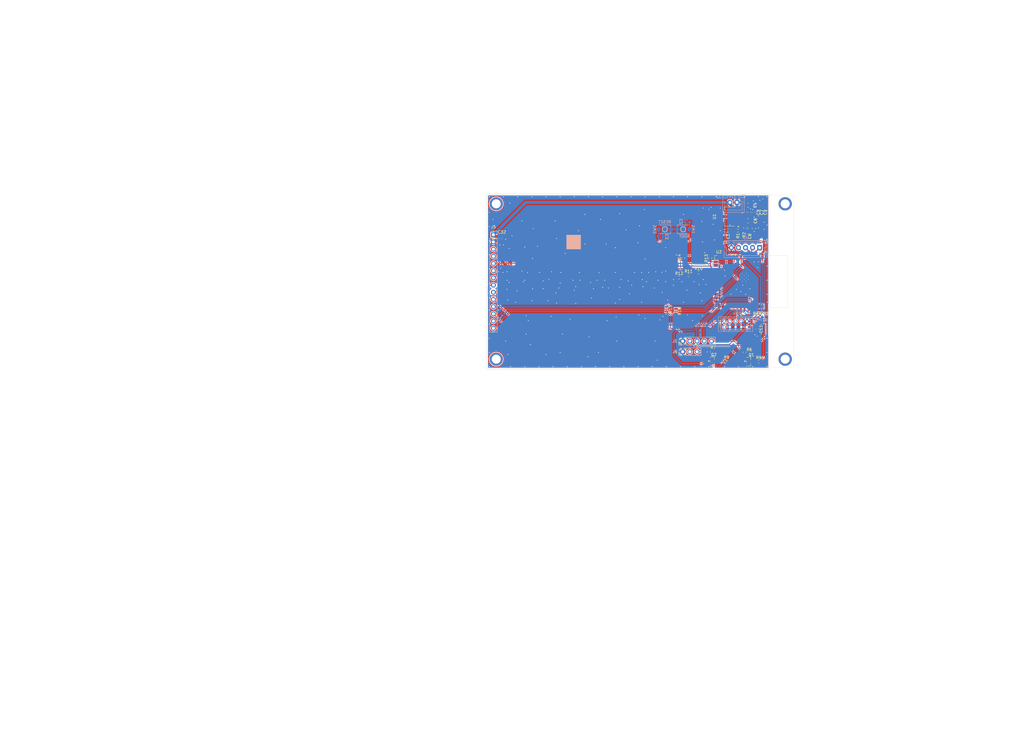
<source format=kicad_pcb>
(kicad_pcb (version 20241229) (generator "pcbnew") (generator_version "9.0")
  (layers (0 "F.Cu" signal) (2 "B.Cu" signal) (13 "F.Paste" user) (15 "B.Paste" user) (5 "F.SilkS" user "F.Silkscreen") (7 "B.SilkS" user "B.Silkscreen") (1 "F.Mask" user) (3 "B.Mask" user) (25 "Edge.Cuts" user))
  (net 0 "")
  (net 1 "GND")
  (net 2 "/CHIP_PU")
  (net 3 "/GPIO0")
  (net 4 "/5V")
  (net 5 "/3V3")
  (net 6 "/3VV3")
  (net 7 "/U0RXD")
  (net 8 "/U0TXD")
  (net 9 "/ESP_MISO")
  (net 10 "/ESP_MOSI")
  (net 11 "/ESP_CS")
  (net 12 "/ESP_SCLK")
  (net 13 "/SDA")
  (net 14 "/INT")
  (net 15 "/LED_DATA")
  (net 16 "/SCL")
  (net 17 "/LCD_RST")
  (net 18 "/LCD_CS")
  (net 19 "/SD_CS")
  (net 23 "/LCD_RS")
  (net 24 "/CTP_INT")
  (net 25 "/LED")
  (net 26 "/MISO")
  (net 28 "/MOSI")
  (net 29 "/SCK")
  (net 30 "/CTP_RST")
  (net 31 "/GPIO1")
  (net 32 "/GPIO38")
  (net 34 "/GPIO47")
  (net 36 "/GPIO21")
  (net 37 "/GPIO19")
  (net 38 "/GPIO18")
  (net 39 "/GPIO2")
  (net 40 "/GPIO3")
  (net 41 "/GPIO20")
  (net 42 "/DTR")
  (net 43 "/RTS")
  (net 44 "Net-(Q1-C)")
  (net 45 "Net-(Q1-B)")
  (net 46 "Net-(Q2-B)")
  (net 47 "Net-(Q2-C)")
  (net 48 "Net-(U2-IO11)")
  (net 49 "Net-(U2-IO12)")
  (net 50 "Net-(U2-IO13)")
  (footprint "Resistor_SMD:R_0603_1608Metric" (layer "F.Cu") (at 225.8125 99.3)
    (property "Reference" "R9")
    (property "Value" "0R")
  )
  (footprint "Resistor_SMD:R_0603_1608Metric" (layer "F.Cu") (at 201.075 68.75)
    (property "Reference" "R11")
    (property "Value" "82R")
  )
  (footprint "Resistor_SMD:R_0603_1608Metric" (layer "F.Cu") (at 225.683167 84.5 90)
    (property "Reference" "R3")
    (property "Value" "4k7")
  )
  (footprint "Capacitor_SMD:C_0603_1608Metric" (layer "F.Cu") (at 225.25 87.725 -90)
    (property "Reference" "C11")
    (property "Value" "2.2uF")
  )
  (footprint "Package_TO_SOT_SMD:SOT-23" (layer "F.Cu") (at 209.4375 99.2)
    (property "Reference" "Q2")
    (property "Value" "L8050QLT1G")
  )
  (footprint "Resistor_SMD:R_0603_1608Metric" (layer "F.Cu") (at 228.639875 84.502531 90)
    (property "Reference" "R5")
    (property "Value" "4k7")
  )
  (footprint "Capacitor_SMD:C_0805_2012Metric" (layer "F.Cu") (at 222.784391 52.221343 90)
    (property "Reference" "C8")
    (property "Value" "10uF")
  )
  (footprint "Resistor_SMD:R_0603_1608Metric" (layer "F.Cu") (at 213.25 99.15)
    (property "Reference" "R8")
    (property "Value" "0R")
  )
  (footprint "RF_Module:ESP32-S3-WROOM-1" (layer "F.Cu") (at 223.183167 71 -90)
    (property "Reference" "U2")
    (property "Value" "ESP32-S3-WROOM-1U-N16R8")
  )
  (footprint "Capacitor_SMD:C_0603_1608Metric" (layer "F.Cu") (at 134.683167 55.775 90)
    (property "Reference" "C32")
    (property "Value" "0.1uF")
  )
  (footprint "Resistor_SMD:R_0603_1608Metric" (layer "F.Cu") (at 208.25 95.825 -90)
    (property "Reference" "R7")
    (property "Value" "10k")
  )
  (footprint "Resistor_SMD:R_0603_1608Metric" (layer "F.Cu") (at 204.623402 67.792654)
    (property "Reference" "R10")
    (property "Value" "82R")
  )
  (footprint "Resistor_SMD:R_0603_1608Metric" (layer "F.Cu") (at 208.75 62.75 90)
    (property "Reference" "R13")
    (property "Value" "10k")
  )
  (footprint "Resistor_SMD:R_0603_1608Metric" (layer "F.Cu") (at 199.25 62.675 90)
    (property "Reference" "R14")
    (property "Value" "10k")
  )
  (footprint "Resistor_SMD:R_0603_1608Metric" (layer "F.Cu") (at 193.25 80.675 -90)
    (property "Reference" "R15")
    (property "Value" "10k")
  )
  (footprint "Capacitor_SMD:C_0603_1608Metric" (layer "F.Cu") (at 221.033167 46.5 90)
    (property "Reference" "C5")
    (property "Value" "0.1uF")
  )
  (footprint "Capacitor_SMD:C_0603_1608Metric" (layer "F.Cu") (at 224.000647 46.500534 -90)
    (property "Reference" "C9")
    (property "Value" "0.1uF")
  )
  (footprint "Capacitor_SMD:C_0805_2012Metric" (layer "F.Cu") (at 222.033167 44 180)
    (property "Reference" "C4")
    (property "Value" "10uF")
  )
  (footprint "Resistor_SMD:R_0603_1608Metric" (layer "F.Cu") (at 196.5 81.425 -90)
    (property "Reference" "R16")
    (property "Value" "10k")
  )
  (footprint "Capacitor_SMD:C_0603_1608Metric" (layer "F.Cu") (at 215.033167 53 180)
    (property "Reference" "C1")
    (property "Value" "1uF")
  )
  (footprint "Resistor_SMD:R_0603_1608Metric" (layer "F.Cu") (at 218.533167 53 180)
    (property "Reference" "R1")
    (property "Value" "10k")
  )
  (footprint "Package_TO_SOT_SMD:SOT-23" (layer "F.Cu") (at 222.25 99.25)
    (property "Reference" "Q1")
    (property "Value" "L8050QLT1G")
  )
  (footprint "Package_TO_SOT_SMD:SOT-223-3_TabPin2" (layer "F.Cu") (at 215.533167 48 180)
    (property "Reference" "U1")
    (property "Value" "AMS1117-3.3")
  )
  (footprint "Resistor_SMD:R_0603_1608Metric" (layer "F.Cu") (at 227.170796 84.502846 90)
    (property "Reference" "R4")
    (property "Value" "4k7")
  )
  (footprint "Capacitor_SMD:C_0805_2012Metric" (layer "F.Cu") (at 222.033167 49.5)
    (property "Reference" "C6")
    (property "Value" "10uF")
  )
  (footprint "Capacitor_SMD:C_0603_1608Metric" (layer "F.Cu") (at 222.533167 46.5 90)
    (property "Reference" "C7")
    (property "Value" "0.1uF")
  )
  (footprint "Connector_PinHeader_2.54mm:PinHeader_1x03_P2.54mm_Vertical" (layer "F.Cu") (at 199 95.75 90)
    (property "Reference" "J6")
    (property "Value" "UART 2")
  )
  (footprint "Connector_PinSocket_2.54mm:PinSocket_1x14_P2.54mm_Vertical" (layer "F.Cu") (at 130.183167 40.5)
    (property "Reference" "J5")
    (property "Value" "Display")
  )
  (footprint "Resistor_SMD:R_0603_1608Metric" (layer "F.Cu") (at 221.033167 52 -90)
    (property "Reference" "R2")
    (property "Value" "0")
  )
  (footprint "Resistor_SMD:R_0603_1608Metric" (layer "F.Cu") (at 220.8125 95.975 -90)
    (property "Reference" "R6")
    (property "Value" "10k")
  )
  (footprint "Resistor_SMD:R_0603_1608Metric" (layer "F.Cu") (at 197.75 69.5)
    (property "Reference" "R12")
    (property "Value" "0R")
  )
  (footprint "Connector_PinHeader_2.54mm:PinHeader_1x05_P2.54mm_Vertical" (layer "F.Cu") (at 199 92 90)
    (property "Reference" "J1")
    (property "Value" "UART")
  )
  (footprint "Connector_JST:JST_XH_B2B-XH-A_1x02_P2.50mm_Vertical" (layer "B.Cu") (at 218.183167 43 180)
    (property "Reference" "J2")
    (property "Value" "PWR")
  )
  (footprint "easyeda2kicad:SW-SMD_L3.9-W3.0-P4.45" (layer "B.Cu") (at 199.183167 52.5)
    (property "Reference" "SW1")
    (property "Value" "Boot")
  )
  (footprint "Capacitor_SMD:C_0603_1608Metric" (layer "B.Cu") (at 200.683167 50)
    (property "Reference" "C2")
    (property "Value" "0.1uF")
  )
  (footprint "Connector_JST:JST_XH_B5B-XH-A_1x05_P2.50mm_Vertical" (layer "B.Cu") (at 226.183167 59 180)
    (property "Reference" "J3")
    (property "Value" "DATA")
  )
  (footprint "Capacitor_SMD:C_0603_1608Metric" (layer "B.Cu") (at 191.183167 55 180)
    (property "Reference" "C3")
    (property "Value" "0.1uF")
  )
  (footprint "Connector_JST:JST_PHD_B10B-PHDSS_2x05_P2.00mm_Vertical" (layer "B.Cu") (at 221.683167 85 180)
    (property "Reference" "J4")
    (property "Value" "<- Encoder")
  )
  (footprint "easyeda2kicad:SW-SMD_L3.9-W3.0-P4.45" (layer "B.Cu") (at 192.683167 52.5 180)
    (property "Reference" "SW2")
    (property "Value" "Reset")
  )
  (gr_rect (start 158 54.5) (end 163 59.5) (stroke (width 0.1)) (fill yes) (layer "B.SilkS"))
  (gr_rect (start 129.683167 40) (end 229.683167 102) (stroke (width 0.1)) (fill no) (layer "Edge.Cuts"))
  (gr_text "RESET" (at 192.683167 50.5 0) (layer "B.SilkS") (effects (font (size 1 1)) (justify bottom mirror)))
  (gr_text "BOOT" (at 199.683167 55.5 0) (layer "B.SilkS") (effects (font (size 1 1)) (justify bottom mirror)))
  (segment (start 216.383167 50.3) (end 215.683167 51) (width 1) (layer "F.Cu") (net 1))
  (segment (start 222.983167 45.25) (end 222.983167 45.275) (width 0.5) (layer "F.Cu") (net 1))
  (segment (start 222.983167 44) (end 224.183167 44) (width 0.5) (layer "F.Cu") (net 1))
  (segment (start 219.683167 87) (end 221.683167 85) (width 0.75) (layer "F.Cu") (net 1))
  (segment (start 222.983167 45.275) (end 222.533167 45.725) (width 0.5) (layer "F.Cu") (net 1))
  (segment (start 228.883167 79.31) (end 228.443167 79.75) (width 0.4) (layer "F.Cu") (net 1))
  (segment (start 228.443167 62.25) (end 228.443167 60.74) (width 0.3) (layer "F.Cu") (net 1))
  (segment (start 225.25 88.5) (end 221.183167 88.5) (width 0.75) (layer "F.Cu") (net 1))
  (segment (start 228.883167 78.25) (end 228.883167 79.31) (width 0.4) (layer "F.Cu") (net 1))
  (segment (start 222.784391 53.171343) (end 224.183167 51.772567) (width 0.4) (layer "F.Cu") (net 1))
  (segment (start 215.683167 51) (end 215.683167 51.575) (width 0.4) (layer "F.Cu") (net 1))
  (segment (start 221.033167 47.225) (end 222.533167 45.725) (width 0.5) (layer "F.Cu") (net 1))
  (segment (start 219.683167 87) (end 215.683167 87) (width 0.75) (layer "F.Cu") (net 1))
  (segment (start 215.683167 51.575) (end 214.258167 53) (width 0.4) (layer "F.Cu") (net 1))
  (segment (start 221.033167 47.275) (end 221.033167 47.225) (width 0.5) (layer "F.Cu") (net 1))
  (segment (start 132.603167 56.55) (end 132.183167 56.97) (width 1) (layer "F.Cu") (net 1))
  (segment (start 223.550113 45.275) (end 223.762557 45.487443) (width 0.5) (layer "F.Cu") (net 1))
  (segment (start 222.983167 45.275) (end 223.550113 45.275) (width 0.5) (layer "F.Cu") (net 1))
  (segment (start 221.183167 88.5) (end 219.683167 87) (width 0.75) (layer "F.Cu") (net 1))
  (segment (start 224.183167 51.772567) (end 224.183167 49.5) (width 0.4) (layer "F.Cu") (net 1))
  (segment (start 224.183167 49.5) (end 224.683167 49) (width 0.5) (layer "F.Cu") (net 1))
  (segment (start 223.762557 45.487443) (end 224.000647 45.725534) (width 0.5) (layer "F.Cu") (net 1))
  (segment (start 218.683167 50.3) (end 216.383167 50.3) (width 1) (layer "F.Cu") (net 1))
  (segment (start 222.983167 44) (end 222.983167 45.25) (width 0.5) (layer "F.Cu") (net 1))
  (segment (start 134.683167 56.55) (end 132.603167 56.55) (width 1) (layer "F.Cu") (net 1))
  (segment (start 222.983167 49.5) (end 224.183167 49.5) (width 0.5) (layer "F.Cu") (net 1))
  (segment (start 228.443167 60.74) (end 228.683167 60.5) (width 0.3) (layer "F.Cu") (net 1))
  (via (at 206.75 60.75) (size 0.6) (drill 0.3) (layers "F.Cu" "B.Cu") (net 1))
  (via (at 193 67.25) (size 0.6) (drill 0.3) (layers "F.Cu" "B.Cu") (net 1))
  (via (at 154.25 75) (size 0.6) (drill 0.3) (layers "F.Cu" "B.Cu") (net 1))
  (via (at 165.5 97.5) (size 0.6) (drill 0.3) (layers "F.Cu" "B.Cu") (net 1))
  (via (at 180.75 41) (size 0.6) (drill 0.3) (layers "F.Cu" "B.Cu") (net 1))
  (via (at 205.25 75) (size 0.6) (drill 0.3) (layers "F.Cu" "B.Cu") (net 1))
  (via (at 225.5 66) (size 0.6) (drill 0.3) (layers "F.Cu" "B.Cu") (net 1))
  (via (at 212 64.75) (size 0.6) (drill 0.3) (layers "F.Cu" "B.Cu") (net 1))
  (via (at 186.25 71) (size 0.6) (drill 0.3) (layers "F.Cu" "B.Cu") (net 1))
  (via (at 223.75 101) (size 0.6) (drill 0.3) (layers "F.Cu" "B.Cu") (net 1))
  (via (at 172 57.75) (size 0.6) (drill 0.3) (layers "F.Cu" "B.Cu") (net 1))
  (via (at 225.5 45.75) (size 0.6) (drill 0.3) (layers "F.Cu" "B.Cu") (net 1))
  (via (at 170.75 41) (size 0.6) (drill 0.3) (layers "F.Cu" "B.Cu") (net 1))
  (via (at 206 83) (size 0.6) (drill 0.3) (layers "F.Cu" "B.Cu") (net 1))
  (via (at 143.75 89.5) (size 0.6) (drill 0.3) (layers "F.Cu" "B.Cu") (net 1))
  (via (at 202.5 84.75) (size 0.6) (drill 0.3) (layers "F.Cu" "B.Cu") (net 1))
  (via (at 228.75 75.5) (size 0.6) (drill 0.3) (layers "F.Cu" "B.Cu") (net 1))
  (via (at 183.25 101) (size 0.6) (drill 0.3) (layers "F.Cu" "B.Cu") (net 1))
  (via (at 222.983167 45.25) (size 0.6) (drill 0.3) (layers "F.Cu" "B.Cu") (net 1))
  (via (at 213.75 101) (size 0.6) (drill 0.3) (layers "F.Cu" "B.Cu") (net 1))
  (via (at 155.25 73.25) (size 0.6) (drill 0.3) (layers "F.Cu" "B.Cu") (net 1))
  (via (at 151.5 77.75) (size 0.6) (drill 0.3) (layers "F.Cu" "B.Cu") (net 1))
  (via (at 137 73.75) (size 0.6) (drill 0.3) (layers "F.Cu" "B.Cu") (net 1))
  (via (at 222.75 73.5) (size 0.6) (drill 0.3) (layers "F.Cu" "B.Cu") (net 1))
  (via (at 217.25 60) (size 0.6) (drill 0.3) (layers "F.Cu" "B.Cu") (net 1))
  (via (at 183.25 57.25) (size 0.6) (drill 0.3) (layers "F.Cu" "B.Cu") (net 1))
  (via (at 137.75 71.25) (size 0.6) (drill 0.3) (layers "F.Cu" "B.Cu") (net 1))
  (via (at 157.5 61) (size 0.6) (drill 0.3) (layers "F.Cu" "B.Cu") (net 1))
  (via (at 200.75 82.75) (size 0.6) (drill 0.3) (layers "F.Cu" "B.Cu") (net 1))
  (via (at 226.5 88.25) (size 0.6) (drill 0.3) (layers "F.Cu" "B.Cu") (net 1))
  (via (at 228.883167 78.25) (size 0.6) (drill 0.3) (layers "F.Cu" "B.Cu") (net 1))
  (via (at 137 67.5) (size 0.6) (drill 0.3) (layers "F.Cu" "B.Cu") (net 1))
  (via (at 142.25 67.25) (size 0.6) (drill 0.3) (layers "F.Cu" "B.Cu") (net 1))
  (via (at 228.75 46) (size 0.6) (drill 0.3) (layers "F.Cu" "B.Cu") (net 1))
  (via (at 228.75 56) (size 0.6) (drill 0.3) (layers "F.Cu" "B.Cu") (net 1))
  (via (at 221.25 75.5) (size 0.6) (drill 0.3) (layers "F.Cu" "B.Cu") (net 1))
  (via (at 225.75 64) (size 0.6) (drill 0.3) (layers "F.Cu" "B.Cu") (net 1))
  (via (at 209 44.75) (size 0.6) (drill 0.3) (layers "F.Cu" "B.Cu") (net 1))
  (via (at 205.75 77.75) (size 0.6) (drill 0.3) (layers "F.Cu" "B.Cu") (net 1))
  (via (at 172.25 84.75) (size 0.6) (drill 0.3) (layers "F.Cu" "B.Cu") (net 1))
  (via (at 134.75 83.75) (size 0.6) (drill 0.3) (layers "F.Cu" "B.Cu") (net 1))
  (via (at 184.75 70.25) (size 0.6) (drill 0.3) (layers "F.Cu" "B.Cu") (net 1))
  (via (at 203 71) (size 0.6) (drill 0.3) (layers "F.Cu" "B.Cu") (net 1))
  (via (at 130.75 61.5) (size 0.6) (drill 0.3) (layers "F.Cu" "B.Cu") (net 1))
  (via (at 218.75 101) (size 0.6) (drill 0.3) (layers "F.Cu" "B.Cu") (net 1))
  (via (at 195.75 70.25) (size 0.6) (drill 0.3) (layers "F.Cu" "B.Cu") (net 1))
  (via (at 175.25 59) (size 0.6) (drill 0.3) (layers "F.Cu" "B.Cu") (net 1))
  (via (at 130.75 71.5) (size 0.6) (drill 0.3) (layers "F.Cu" "B.Cu") (net 1))
  (via (at 206 57) (size 0.6) (drill 0.3) (layers "F.Cu" "B.Cu") (net 1))
  (via (at 142.75 71) (size 0.6) (drill 0.3) (layers "F.Cu" "B.Cu") (net 1))
  (via (at 150.75 96.75) (size 0.6) (drill 0.3) (layers "F.Cu" "B.Cu") (net 1))
  (via (at 190 98.75) (size 0.6) (drill 0.3) (layers "F.Cu" "B.Cu") (net 1))
  (via (at 198.25 101) (size 0.6) (drill 0.3) (layers "F.Cu" "B.Cu") (net 1))
  (via (at 228.683167 60.5) (size 0.6) (drill 0.3) (layers "F.Cu" "B.Cu") (net 1))
  (via (at 146 73.5) (size 0.6) (drill 0.3) (layers "F.Cu" "B.Cu") (net 1))
  (via (at 130.75 51.5) (size 0.6) (drill 0.3) (layers "F.Cu" "B.Cu") (net 1))
  (via (at 200.5 74) (size 0.6) (drill 0.3) (layers "F.Cu" "B.Cu") (net 1))
  (via (at 215.75 41) (size 0.6) (drill 0.3) (layers "F.Cu" "B.Cu") (net 1))
  (via (at 156 67.75) (size 0.6) (drill 0.3) (layers "F.Cu" "B.Cu") (net 1))
  (via (at 143.25 70.5) (size 0.6) (drill 0.3) (layers "F.Cu" "B.Cu") (net 1))
  (via (at 196.75 61.5) (size 0.6) (drill 0.3) (layers "F.Cu" "B.Cu") (net 1))
  (via (at 137.25 77.5) (size 0.6) (drill 0.3) (layers "F.Cu" "B.Cu") (net 1))
  (via (at 137.25 96.75) (size 0.6) (drill 0.3) (layers "F.Cu" "B.Cu") (net 1))
  (via (at 138 43.25) (size 0.6) (drill 0.3) (layers "F.Cu" "B.Cu") (net 1))
  (via (at 144.25 67.75) (size 0.6) (drill 0.3) (layers "F.Cu" "B.Cu") (net 1))
  (via (at 145.75 41) (size 0.6) (drill 0.3) (layers "F.Cu" "B.Cu") (net 1))
  (via (at 185 72.75) (size 0.6) (drill 0.3) (layers "F.Cu" "B.Cu") (net 1))
  (via (at 160.75 74) (size 0.6) (drill 0.3) (layers "F.Cu" "B.Cu") (net 1))
  (via (at 135.75 41) (size 0.6) (drill 0.3) (layers "F.Cu" "B.Cu") (net 1))
  (via (at 181 72.25) (size 0.6) (drill 0.3) (layers "F.Cu" "B.Cu") (net 1))
  (via (at 206.25 45) (size 0.6) (drill 0.3) (layers "F.Cu" "B.Cu") (net 1))
  (via (at 154.5 78.5) (size 0.6) (drill 0.3) (layers "F.Cu" "B.Cu") (net 1))
  (via (at 155.75 41) (size 0.6) (drill 0.3) (layers "F.Cu" "B.Cu") (net 1))
  (via (at 140.5 74.25) (size 0.6) (drill 0.3) (layers "F.Cu" "B.Cu") (net 1))
  (via (at 168.75 70.5) (size 0.6) (drill 0.3) (layers "F.Cu" "B.Cu") (net 1))
  (via (at 144.5 84.75) (size 0.6) (drill 0.3) (layers "F.Cu" "B.Cu") (net 1))
  (via (at 146 62.75) (size 0.6) (drill 0.3) (layers "F.Cu" "B.Cu") (net 1))
  (via (at 135.25 83) (size 0.6) (drill 0.3) (layers "F.Cu" "B.Cu") (net 1))
  (via (at 176.75 77.25) (size 0.6) (drill 0.3) (layers "F.Cu" "B.Cu") (net 1))
  (via (at 151.75 70.25) (size 0.6) (drill 0.3) (layers "F.Cu" "B.Cu") (net 1))
  (via (at 195.75 72.25) (size 0.6) (drill 0.3) (layers "F.Cu" "B.Cu") (net 1))
  (via (at 166.75 76.75) (size 0.6) (drill 0.3) (layers "F.Cu" "B.Cu") (net 1))
  (via (at 220.25 72.25) (size 0.6) (drill 0.3) (layers "F.Cu" "B.Cu") (net 1))
  (via (at 130.75 81) (size 0.6) (drill 0.3) (layers "F.Cu" "B.Cu") (net 1))
  (via (at 226.25 42.25) (size 0.6) (drill 0.3) (layers "F.Cu" "B.Cu") (net 1))
  (via (at 195.75 41) (size 0.6) (drill 0.3) (layers "F.Cu" "B.Cu") (net 1))
  (via (at 206.25 70.25) (size 0.6) (drill 0.3) (layers "F.Cu" "B.Cu") (net 1))
  (via (at 175.75 92) (size 0.6) (drill 0.3) (layers "F.Cu" "B.Cu") (net 1))
  (via (at 205.25 88.25) (size 0.6) (drill 0.3) (layers "F.Cu" "B.Cu") (net 1))
  (via (at 137 70.5) (size 0.6) (drill 0.3) (layers "F.Cu" "B.Cu") (net 1))
  (via (at 205.75 41) (size 0.6) (drill 0.3) (layers "F.Cu" "B.Cu") (net 1))
  (via (at 199.25 47.25) (size 0.6) (drill 0.3) (layers "F.Cu" "B.Cu") (net 1))
  (via (at 224.75 52.25) (size 0.6) (drill 0.3) (layers "F.Cu" "B.Cu") (net 1))
  (via (at 193.25 101) (size 0.6) (drill 0.3) (layers "F.Cu" "B.Cu") (net 1))
  (via (at 218 73.75) (size 0.6) (drill 0.3) (layers "F.Cu" "B.Cu") (net 1))
  (via (at 166 90.5) (size 0.6) (drill 0.3) (layers "F.Cu" "B.Cu") (net 1))
  (via (at 193.75 77.5) (size 0.6) (drill 0.3) (layers "F.Cu" "B.Cu") (net 1))
  (via (at 177.25 70.25) (size 0.6) (drill 0.3) (layers "F.Cu" "B.Cu") (net 1))
  (via (at 224.25 64) (size 0.6) (drill 0.3) (layers "F.Cu" "B.Cu") (net 1))
  (via (at 184.5 67.75) (size 0.6) (drill 0.3) (layers "F.Cu" "B.Cu") (net 1))
  (via (at 228.75 70.5) (size 0.6) (drill 0.3) (layers "F.Cu" "B.Cu") (net 1))
  (via (at 154 49.5) (size 0.6) (drill 0.3) (layers "F.Cu" "B.Cu") (net 1))
  (via (at 225.75 47.75) (size 0.6) (drill 0.3) (layers "F.Cu" "B.Cu") (net 1))
  (via (at 145.75 77.75) (size 0.6) (drill 0.3) (layers "F.Cu" "B.Cu") (net 1))
  (via (at 210.75 41) (size 0.6) (drill 0.3) (layers "F.Cu" "B.Cu") (net 1))
  (via (at 168.25 101) (size 0.6) (drill 0.3) (layers "F.Cu" "B.Cu") (net 1))
  (via (at 191 84.5) (size 0.6) (drill 0.3) (layers "F.Cu" "B.Cu") (net 1))
  (via (at 159.25 84.25) (size 0.6) (drill 0.3) (layers "F.Cu" "B.Cu") (net 1))
  (via (at 185.5 45.5) (size 0.6) (drill 0.3) (layers "F.Cu" "B.Cu") (net 1))
  (via (at 205.25 89.75) (size 0.6) (drill 0.3) (layers "F.Cu" "B.Cu") (net 1))
  (via (at 228.75 91) (size 0.6) (drill 0.3) (layers "F.Cu" "B.Cu") (net 1))
  (via (at 166.5 71.25) (size 0.6) (drill 0.3) (layers "F.Cu" "B.Cu") (net 1))
  (via (at 227.25 41.75) (size 0.6) (drill 0.3) (layers "F.Cu" "B.Cu") (net 1))
  (via (at 150.75 41) (size 0.6) (drill 0.3) (layers "F.Cu" "B.Cu") (net 1))
  (via (at 185.75 63) (size 0.6) (drill 0.3) (layers "F.Cu" "B.Cu") (net 1))
  (via (at 224.25 53.25) (size 0.6) (drill 0.3) (layers "F.Cu" "B.Cu") (net 1))
  (via (at 203.25 101) (size 0.6) (drill 0.3) (layers "F.Cu" "B.Cu") (net 1))
  (via (at 192 83.25) (size 0.6) (drill 0.3) (layers "F.Cu" "B.Cu") (net 1))
  (via (at 149.75 73.5) (size 0.6) (drill 0.3) (layers "F.Cu" "B.Cu") (net 1))
  (via (at 135.5 67.75) (size 0.6) (drill 0.3) (layers "F.Cu" "B.Cu") (net 1))
  (via (at 158.25 101) (size 0.6) (drill 0.3) (layers "F.Cu" "B.Cu") (net 1))
  (via (at 142.25 49.5) (size 0.6) (drill 0.3) (layers "F.Cu" "B.Cu") (net 1))
  (via (at 224.683167 49) (size 0.6) (drill 0.3) (layers "F.Cu" "B.Cu") (net 1))
  (via (at 167.5 73.5) (size 0.6) (drill 0.3) (layers "F.Cu" "B.Cu") (net 1))
  (via (at 172.75 73.25) (size 0.6) (drill 0.3) (layers "F.Cu" "B.Cu") (net 1))
  (via (at 175.25 67.75) (size 0.6) (drill 0.3) (layers "F.Cu" "B.Cu") (net 1))
  (via (at 227.75 50) (size 0.6) (drill 0.3) (layers "F.Cu" "B.Cu") (net 1))
  (via (at 180.25 75.25) (size 0.6) (drill 0.3) (layers "F.Cu" "B.Cu") (net 1))
  (via (at 152.75 67.5) (size 0.6) (drill 0.3) (layers "F.Cu" "B.Cu") (net 1))
  (via (at 185.75 41) (size 0.6) (drill 0.3) (layers "F.Cu" "B.Cu") (net 1))
  (via (at 183.5 82.75) (size 0.6) (drill 0.3) (layers "F.Cu" "B.Cu") (net 1))
  (via (at 228.75 101) (size 0.6) (drill 0.3) (layers "F.Cu" "B.Cu") (net 1))
  (via (at 130.75 56.5) (size 0.6) (drill 0.3) (layers "F.Cu" "B.Cu") (net 1))
  (via (at 212.25 53) (size 0.6) (drill 0.3) (layers "F.Cu" "B.Cu") (net 1))
  (via (at 200.75 41) (size 0.6) (drill 0.3) (layers "F.Cu" "B.Cu") (net 1))
  (via (at 170 49) (size 0.6) (drill 0.3) (layers "F.Cu" "B.Cu") (net 1))
  (via (at 228.75 65.5) (size 0.6) (drill 0.3) (layers "F.Cu" "B.Cu") (net 1))
  (via (at 178.25 101) (size 0.6) (drill 0.3) (layers "F.Cu" "B.Cu") (net 1))
  (via (at 204.75 72) (size 0.6) (drill 0.3) (layers "F.Cu" "B.Cu") (net 1))
  (via (at 191.75 74.75) (size 0.6) (drill 0.3) (layers "F.Cu" "B.Cu") (net 1))
  (via (at 134 67.5) (size 0.6) (drill 0.3) (layers "F.Cu" "B.Cu") (net 1))
  (via (at 145.25 93.25) (size 0.6) (drill 0.3) (layers "F.Cu" "B.Cu") (net 1))
  (via (at 156.5 89.5) (size 0.6) (drill 0.3) (layers "F.Cu" "B.Cu") (net 1))
  (via (at 205.75 49.75) (size 0.6) (drill 0.3) (layers "F.Cu" "B.Cu") (net 1))
  (via (at 224.183167 44) (size 0.6) (drill 0.3) (layers "F.Cu" "B.Cu") (net 1))
  (via (at 179.75 70.75) (size 0.6) (drill 0.3) (layers "F.Cu" "B.Cu") (net 1))
  (via (at 153.25 101) (size 0.6) (drill 0.3) (layers "F.Cu" "B.Cu") (net 1))
  (via (at 225.75 41) (size 0.6) (drill 0.3) (layers "F.Cu" "B.Cu") (net 1))
  (via (at 225 43.5) (size 0.6) (drill 0.3) (layers "F.Cu" "B.Cu") (net 1))
  (via (at 224.75 50.25) (size 0.6) (drill 0.3) (layers "F.Cu" "B.Cu") (net 1))
  (via (at 162.25 53) (size 0.6) (drill 0.3) (layers "F.Cu" "B.Cu") (net 1))
  (via (at 198.75 71) (size 0.6) (drill 0.3) (layers "F.Cu" "B.Cu") (net 1))
  (via (at 227.25 46) (size 0.6) (drill 0.3) (layers "F.Cu" "B.Cu") (net 1))
  (via (at 175.25 78.5) (size 0.6) (drill 0.3) (layers "F.Cu" "B.Cu") (net 1))
  (via (at 183.75 51.25) (size 0.6) (drill 0.3) (layers "F.Cu" "B.Cu") (net 1))
  (via (at 214 69) (size 0.6) (drill 0.3) (layers "F.Cu" "B.Cu") (net 1))
  (via (at 130.75 66.5) (size 0.6) (drill 0.3) (layers "F.Cu" "B.Cu") (net 1))
  (via (at 176.75 47) (size 0.6) (drill 0.3) (layers "F.Cu" "B.Cu") (net 1))
  (via (at 134.5 58) (size 0.6) (drill 0.3) (layers "F.Cu" "B.Cu") (net 1))
  (via (at 187 67.75) (size 0.6) (drill 0.3) (layers "F.Cu" "B.Cu") (net 1))
  (via (at 169.25 96) (size 0.6) (drill 0.3) (layers "F.Cu" "B.Cu") (net 1))
  (via (at 143.25 101) (size 0.6) (drill 0.3) (layers "F.Cu" "B.Cu") (net 1))
  (via (at 179 52.75) (size 0.6) (drill 0.3) (layers "F.Cu" "B.Cu") (net 1))
  (via (at 193 59) (size 0.6) (drill 0.3) (layers "F.Cu" "B.Cu") (net 1))
  (via (at 170.75 73) (size 0.6) (drill 0.3) (layers "F.Cu" "B.Cu") (net 1))
  (via (at 173.25 101) (size 0.6) (drill 0.3) (layers "F.Cu" "B.Cu") (net 1))
  (via (at 209.75 50.75) (size 0.6) (drill 0.3) (layers "F.Cu" "B.Cu") (net 1))
  (via (at 161.25 72.75) (size 0.6) (drill 0.3) (layers "F.Cu" "B.Cu") (net 1))
  (via (at 132 49) (size 0.6) (drill 0.3) (layers "F.Cu" "B.Cu") (net 1))
  (via (at 161.25 78.75) (size 0.6) (drill 0.3) (layers "F.Cu" "B.Cu") (net 1))
  (via (at 160.75 41) (size 0.6) (drill 0.3) (layers "F.Cu" "B.Cu") (net 1))
  (via (at 160.25 70.5) (size 0.6) (drill 0.3) (layers "F.Cu" "B.Cu") (net 1))
  (via (at 212.25 45) (size 0.6) (drill 0.3) (layers "F.Cu" "B.Cu") (net 1))
  (via (at 163.25 101) (size 0.6) (drill 0.3) (layers "F.Cu" "B.Cu") (net 1))
  (via (at 155.75 71.5) (size 0.6) (drill 0.3) (layers "F.Cu" "B.Cu") (net 1))
  (via (at 138.75 54.75) (size 0.6) (drill 0.3) (layers "F.Cu" "B.Cu") (net 1))
  (via (at 155.75 96) (size 0.6) (drill 0.3) (layers "F.Cu" "B.Cu") (net 1))
  (via (at 136.5 92) (size 0.6) (drill 0.3) (layers "F.Cu" "B.Cu") (net 1))
  (via (at 140 78.25) (size 0.6) (drill 0.3) (layers "F.Cu" "B.Cu") (net 1))
  (via (at 182 67.75) (size 0.6) (drill 0.3) (layers "F.Cu" "B.Cu") (net 1))
  (via (at 226.701628 86.202569) (size 0.6) (drill 0.3) (layers "F.Cu" "B.Cu") (net 1))
  (via (at 228.75 41) (size 0.6) (drill 0.3) (layers "F.Cu" "B.Cu") (net 1))
  (via (at 208.25 45.5) (size 0.6) (drill 0.3) (layers "F.Cu" "B.Cu") (net 1))
  (via (at 220.75 41) (size 0.6) (drill 0.3) (layers "F.Cu" "B.Cu") (net 1))
  (via (at 225.25 90.25) (size 0.6) (drill 0.3) (layers "F.Cu" "B.Cu") (net 1))
  (via (at 190.25 70.5) (size 0.6) (drill 0.3) (layers "F.Cu" "B.Cu") (net 1))
  (via (at 191.75 67.75) (size 0.6) (drill 0.3) (layers "F.Cu" "B.Cu") (net 1))
  (via (at 189 73.25) (size 0.6) (drill 0.3) (layers "F.Cu" "B.Cu") (net 1))
  (via (at 193 71) (size 0.6) (drill 0.3) (layers "F.Cu" "B.Cu") (net 1))
  (via (at 169.5 67.75) (size 0.6) (drill 0.3) (layers "F.Cu" "B.Cu") (net 1))
  (via (at 224.5 44.5) (size 0.6) (drill 0.3) (layers "F.Cu" "B.Cu") (net 1))
  (via (at 130.75 101) (size 0.6) (drill 0.3) (layers "F.Cu" "B.Cu") (net 1))
  (via (at 199.25 78.25) (size 0.6) (drill 0.3) (layers "F.Cu" "B.Cu") (net 1))
  (via (at 162.5 67.75) (size 0.6) (drill 0.3) (layers "F.Cu" "B.Cu") (net 1))
  (via (at 175.75 41) (size 0.6) (drill 0.3) (layers "F.Cu" "B.Cu") (net 1))
  (via (at 171.5 70.5) (size 0.6) (drill 0.3) (layers "F.Cu" "B.Cu") (net 1))
  (via (at 219.5 74.5) (size 0.6) (drill 0.3) (layers "F.Cu" "B.Cu") (net 1))
  (via (at 148.5 67.75) (size 0.6) (drill 0.3) (layers "F.Cu" "B.Cu") (net 1))
  (via (at 130.75 41) (size 0.6) (drill 0.3) (layers "F.Cu" "B.Cu") (net 1))
  (via (at 138.25 101) (size 0.6) (drill 0.3) (layers "F.Cu" "B.Cu") (net 1))
  (via (at 146.25 52.25) (size 0.6) (drill 0.3) (layers "F.Cu" "B.Cu") (net 1))
  (via (at 162.75 70.5) (size 0.6) (drill 0.3) (layers "F.Cu" "B.Cu") (net 1))
  (via (at 215.683167 51) (size 0.6) (drill 0.3) (layers "F.Cu" "B.Cu") (net 1))
  (via (at 210.25 56.25) (size 0.6) (drill 0.3) (layers "F.Cu" "B.Cu") (net 1))
  (via (at 207.25 72) (size 0.6) (drill 0.3) (layers "F.Cu" "B.Cu") (net 1))
  (via (at 154.5 55.75) (size 0.6) (drill 0.3) (layers "F.Cu" "B.Cu") (net 1))
  (via (at 188.25 101) (size 0.6) (drill 0.3) (layers "F.Cu" "B.Cu") (net 1))
  (via (at 143.75 83) (size 0.6) (drill 0.3) (layers "F.Cu" "B.Cu") (net 1))
  (via (at 224.25 48.25) (size 0.6) (drill 0.3) (layers "F.Cu" "B.Cu") (net 1))
  (via (at 224 42.5) (size 0.6) (drill 0.3) (layers "F.Cu" "B.Cu") (net 1))
  (via (at 189.5 67.5) (size 0.6) (drill 0.3) (layers "F.Cu" "B.Cu") (net 1))
  (via (at 130.75 46.5) (size 0.6) (drill 0.3) (layers "F.Cu" "B.Cu") (net 1))
  (via (at 184.5 78.25) (size 0.6) (drill 0.3) (layers "F.Cu" "B.Cu") (net 1))
  (via (at 134.75 66.25) (size 0.6) (drill 0.3) (layers "F.Cu" "B.Cu") (net 1))
  (via (at 140.75 41) (size 0.6) (drill 0.3) (layers "F.Cu" "B.Cu") (net 1))
  (via (at 220 46.75) (size 0.6) (drill 0.3) (layers "F.Cu" "B.Cu") (net 1))
  (via (at 227.75 52.5) (size 0.6) (drill 0.3) (layers "F.Cu" "B.Cu") (net 1))
  (via (at 149.75 70.75) (size 0.6) (drill 0.3) (layers "F.Cu" "B.Cu") (net 1))
  (via (at 143.25 58.75) (size 0.6) (drill 0.3) (layers "F.Cu" "B.Cu") (net 1))
  (via (at 213.75 67) (size 0.6) (drill 0.3) (layers "F.Cu" "B.Cu") (net 1))
  (via (at 130.75 91) (size 0.6) (drill 0.3) (layers "F.Cu" "B.Cu") (net 1))
  (via (at 164.5 57.75) (size 0.6) (drill 0.3) (layers "F.Cu" "B.Cu") (net 1))
  (via (at 130.75 86) (size 0.6) (drill 0.3) (layers "F.Cu" "B.Cu") (net 1))
  (via (at 185.75 84) (size 0.6) (drill 0.3) (layers "F.Cu" "B.Cu") (net 1))
  (via (at 226.75 89.5) (size 0.6) (drill 0.3) (layers "F.Cu" "B.Cu") (net 1))
  (via (at 130.75 96) (size 0.6) (drill 0.3) (layers "F.Cu" "B.Cu") (net 1))
  (via (at 136.5 56) (size 0.6) (drill 0.3) (layers "F.Cu" "B.Cu") (net 1))
  (via (at 147.75 58.5) (size 0.6) (drill 0.3) (layers "F.Cu" "B.Cu") (net 1))
  (via (at 137.75 59.25) (size 0.6) (drill 0.3) (layers "F.Cu" "B.Cu") (net 1))
  (via (at 225.75 52) (size 0.6) (drill 0.3) (layers "F.Cu" "B.Cu") (net 1))
  (via (at 164.5 47.25) (size 0.6) (drill 0.3) (layers "F.Cu" "B.Cu") (net 1))
  (via (at 175.5 83.5) (size 0.6) (drill 0.3) (layers "F.Cu" "B.Cu") (net 1))
  (via (at 176.75 73) (size 0.6) (drill 0.3) (layers "F.Cu" "B.Cu") (net 1))
  (via (at 134 81) (size 0.6) (drill 0.3) (layers "F.Cu" "B.Cu") (net 1))
  (via (at 190.75 41) (size 0.6) (drill 0.3) (layers "F.Cu" "B.Cu") (net 1))
  (via (at 148.25 101) (size 0.6) (drill 0.3) (layers "F.Cu" "B.Cu") (net 1))
  (via (at 165.75 41) (size 0.6) (drill 0.3) (layers "F.Cu" "B.Cu") (net 1))
  (via (at 223.762557 45.487443) (size 0.6) (drill 0.3) (layers "F.Cu" "B.Cu") (net 1))
  (via (at 228.75 51) (size 0.6) (drill 0.3) (layers "F.Cu" "B.Cu") (net 1))
  (via (at 208.25 101) (size 0.6) (drill 0.3) (layers "F.Cu" "B.Cu") (net 1))
  (via (at 130.75 76.75) (size 0.6) (drill 0.3) (layers "F.Cu" "B.Cu") (net 1))
  (via (at 224.5 89.75) (size 0.6) (drill 0.3) (layers "F.Cu" "B.Cu") (net 1))
  (via (at 228.75 96) (size 0.6) (drill 0.3) (layers "F.Cu" "B.Cu") (net 1))
  (via (at 135.75 58) (size 0.6) (drill 0.3) (layers "F.Cu" "B.Cu") (net 1))
  (via (at 189.25 92) (size 0.6) (drill 0.3) (layers "F.Cu" "B.Cu") (net 1))
  (via (at 216 75.5) (size 0.6) (drill 0.3) (layers "F.Cu" "B.Cu") (net 1))
  (via (at 152.5 83.25) (size 0.6) (drill 0.3) (layers "F.Cu" "B.Cu") (net 1))
  (segment (start 215.183167 54.5) (end 203.5 54.5) (width 0.2) (layer "F.Cu") (net 2))
  (segment (start 226.183167 61) (end 226.183167 61.97) (width 0.3) (layer "F.Cu") (net 2))
  (segment (start 226.6375 99.3) (end 226.6375 98.6125) (width 0.3) (layer "F.Cu") (net 2))
  (segment (start 215.808167 53) (end 215.808167 53.875) (width 0.2) (layer "F.Cu") (net 2))
  (segment (start 217.708167 53) (end 215.808167 53) (width 0.5) (layer "F.Cu") (net 2))
  (segment (start 203.5 54.5) (end 201.25 56.75) (width 0.2) (layer "F.Cu") (net 2))
  (segment (start 215.808167 53.875) (end 215.183167 54.5) (width 0.2) (layer "F.Cu") (net 2))
  (segment (start 221.208167 56.5) (end 226.842167 56.5) (width 0.3) (layer "F.Cu") (net 2))
  (segment (start 226.6375 98.6125) (end 227.5 97.75) (width 0.3) (layer "F.Cu") (net 2))
  (segment (start 226.183167 61.97) (end 225.903167 62.25) (width 0.3) (layer "F.Cu") (net 2))
  (segment (start 201.25 56.75) (end 190.75 56.75) (width 0.2) (layer "F.Cu") (net 2))
  (segment (start 217.708167 53) (end 221.208167 56.5) (width 0.3) (layer "F.Cu") (net 2))
  (via (at 226.842167 56.5) (size 0.6) (drill 0.3) (layers "F.Cu" "B.Cu") (net 2))
  (via (at 227.5 97.75) (size 0.6) (drill 0.3) (layers "F.Cu" "B.Cu") (net 2))
  (via (at 226.183167 61) (size 0.6) (drill 0.3) (layers "F.Cu" "B.Cu") (net 2))
  (via (at 190.75 56.75) (size 0.6) (drill 0.3) (layers "F.Cu" "B.Cu") (net 2))
  (segment (start 227.183167 61) (end 226.183167 61) (width 0.3) (layer "B.Cu") (net 2))
  (segment (start 227.5 89.75) (end 228 89.25) (width 0.3) (layer "B.Cu") (net 2))
  (segment (start 190.408167 56.408167) (end 190.75 56.75) (width 0.3) (layer "B.Cu") (net 2))
  (segment (start 228 62.816833) (end 226.183167 61) (width 0.3) (layer "B.Cu") (net 2))
  (segment (start 190.503167 52.5) (end 190.503167 54.905) (width 0.3) (layer "B.Cu") (net 2))
  (segment (start 228.183167 60) (end 227.183167 61) (width 0.3) (layer "B.Cu") (net 2))
  (segment (start 228.183167 57.841) (end 228.183167 59.5) (width 0.3) (layer "B.Cu") (net 2))
  (segment (start 190.408167 55) (end 190.408167 56.408167) (width 0.3) (layer "B.Cu") (net 2))
  (segment (start 228.183167 59.5) (end 228.183167 60) (width 0.3) (layer "B.Cu") (net 2))
  (segment (start 190.503167 54.905) (end 190.408167 55) (width 0.3) (layer "B.Cu") (net 2))
  (segment (start 226.842167 56.5) (end 228.183167 57.841) (width 0.3) (layer "B.Cu") (net 2))
  (segment (start 228 89.25) (end 228 62.816833) (width 0.3) (layer "B.Cu") (net 2))
  (segment (start 227.5 97.75) (end 227.5 89.75) (width 0.3) (layer "B.Cu") (net 2))
  (segment (start 206.25 97.25) (end 206.25 99.5) (width 0.3) (layer "F.Cu") (net 3))
  (segment (start 209.25 81.5) (end 211 79.75) (width 0.3) (layer "F.Cu") (net 3))
  (segment (start 206.25 99.5) (end 205.75 100) (width 0.3) (layer "F.Cu") (net 3))
  (segment (start 211.933167 79.75) (end 211.933167 78.25) (width 0.2) (layer "F.Cu") (net 3))
  (segment (start 205.75 100) (end 205.5 100) (width 0.3) (layer "F.Cu") (net 3))
  (segment (start 209 81.5) (end 209.25 81.5) (width 0.3) (layer "F.Cu") (net 3))
  (segment (start 212.683167 77.5) (end 212.683167 65.5) (width 0.2) (layer "F.Cu") (net 3))
  (segment (start 209.5 95.75) (end 207.75 95.75) (width 0.3) (layer "F.Cu") (net 3))
  (segment (start 211.933167 78.25) (end 212.683167 77.5) (width 0.2) (layer "F.Cu") (net 3))
  (segment (start 214.075 99.15) (end 210.675 95.75) (width 0.3) (layer "F.Cu") (net 3))
  (segment (start 211 79.75) (end 211.933167 79.75) (width 0.3) (layer "F.Cu") (net 3))
  (segment (start 210.675 95.75) (end 209.5 95.75) (width 0.3) (layer "F.Cu") (net 3))
  (segment (start 207.75 95.75) (end 206.25 97.25) (width 0.3) (layer "F.Cu") (net 3))
  (via (at 212.683167 65.5) (size 0.6) (drill 0.3) (layers "F.Cu" "B.Cu") (net 3))
  (via (at 205.5 100) (size 0.6) (drill 0.3) (layers "F.Cu" "B.Cu") (net 3))
  (via (at 209 81.5) (size 0.6) (drill 0.3) (layers "F.Cu" "B.Cu") (net 3))
  (segment (start 201.458167 50) (end 201.458167 52.405) (width 0.3) (layer "B.Cu") (net 3))
  (segment (start 202.683167 65.5) (end 201.363167 64.18) (width 0.2) (layer "B.Cu") (net 3))
  (segment (start 201.363167 64.18) (end 201.363167 52.5) (width 0.2) (layer "B.Cu") (net 3))
  (segment (start 198.75 100) (end 196 97.25) (width 0.3) (layer "B.Cu") (net 3))
  (segment (start 209 81.974647) (end 209 81.5) (width 0.3) (layer "B.Cu") (net 3))
  (segment (start 202.724646 88.25) (end 209 81.974647) (width 0.3) (layer "B.Cu") (net 3))
  (segment (start 205.5 100) (end 198.75 100) (width 0.3) (layer "B.Cu") (net 3))
  (segment (start 201.458167 52.405) (end 201.363167 52.5) (width 0.3) (layer "B.Cu") (net 3))
  (segment (start 196 97.25) (end 196 89.25) (width 0.3) (layer "B.Cu") (net 3))
  (segment (start 197 88.25) (end 202.724646 88.25) (width 0.3) (layer "B.Cu") (net 3))
  (segment (start 196 89.25) (end 197 88.25) (width 0.3) (layer "B.Cu") (net 3))
  (segment (start 212.683167 65.5) (end 202.683167 65.5) (width 0.2) (layer "B.Cu") (net 3))
  (segment (start 221.033167 44.05) (end 221.083167 44) (width 0.5) (layer "F.Cu") (net 4))
  (segment (start 218.708167 45.725) (end 218.683167 45.7) (width 0.5) (layer "F.Cu") (net 4))
  (segment (start 134.683167 55) (end 132.753167 55) (width 1) (layer "F.Cu") (net 4))
  (segment (start 221.683167 87) (end 225.2 87) (width 0.75) (layer "F.Cu") (net 4))
  (segment (start 132.753167 55) (end 132.183167 54.43) (width 1) (layer "F.Cu") (net 4))
  (segment (start 218.683167 45.7) (end 217.683167 45.7) (width 1) (layer "F.Cu") (net 4))
  (segment (start 225.2 87) (end 225.25 86.95) (width 0.75) (layer "F.Cu") (net 4))
  (segment (start 215.683167 43.7) (end 215.683167 43) (width 1) (layer "F.Cu") (net 4))
  (segment (start 221.033167 45.725) (end 218.708167 45.725) (width 0.5) (layer "F.Cu") (net 4))
  (segment (start 217.683167 45.7) (end 215.683167 43.7) (width 1) (layer "F.Cu") (net 4))
  (segment (start 221.033167 45.725) (end 221.033167 44.05) (width 0.5) (layer "F.Cu") (net 4))
  (segment (start 222.25 87) (end 221.683167 87) (width 0.4) (layer "B.Cu") (net 4))
  (segment (start 226.5 69.316833) (end 226.5 81.5) (width 0.4) (layer "B.Cu") (net 4))
  (segment (start 201.54 95.75) (end 204.089 93.201) (width 0.3) (layer "B.Cu") (net 4))
  (segment (start 226.5 81.5) (end 223.25 84.75) (width 0.4) (layer "B.Cu") (net 4))
  (segment (start 214 44.683167) (end 214 59.316833) (width 0.4) (layer "B.Cu") (net 4))
  (segment (start 223.25 84.75) (end 223.25 86) (width 0.4) (layer "B.Cu") (net 4))
  (segment (start 215.482167 93.201) (end 221.683167 87) (width 0.3) (layer "B.Cu") (net 4))
  (segment (start 204.089 93.201) (end 215.482167 93.201) (width 0.3) (layer "B.Cu") (net 4))
  (segment (start 221.683167 87) (end 219.683167 85) (width 0.75) (layer "B.Cu") (net 4))
  (segment (start 218.183167 61) (end 226.5 69.316833) (width 0.4) (layer "B.Cu") (net 4))
  (segment (start 143.613167 43) (end 132.183167 54.43) (width 1) (layer "B.Cu") (net 4))
  (segment (start 215.683167 43) (end 143.613167 43) (width 1) (layer "B.Cu") (net 4))
  (segment (start 215.683167 61) (end 218.183167 61) (width 0.4) (layer "B.Cu") (net 4))
  (segment (start 214 59.316833) (end 215.683167 61) (width 0.4) (layer "B.Cu") (net 4))
  (segment (start 223.25 86) (end 222.25 87) (width 0.4) (layer "B.Cu") (net 4))
  (segment (start 215.683167 43) (end 214 44.683167) (width 0.4) (layer "B.Cu") (net 4))
  (segment (start 221.033167 49.55) (end 221.083167 49.5) (width 0.5) (layer "F.Cu") (net 5))
  (segment (start 221.033167 51.175) (end 221.033167 49.55) (width 0.5) (layer "F.Cu") (net 5))
  (segment (start 222.533701 47.275534) (end 222.533167 47.275) (width 0.5) (layer "F.Cu") (net 5))
  (segment (start 221.033167 51.175) (end 222.688048 51.175) (width 0.5) (layer "F.Cu") (net 5))
  (segment (start 221.083167 48.725) (end 222.533167 47.275) (width 0.5) (layer "F.Cu") (net 5))
  (segment (start 218.683167 48) (end 219.583167 48) (width 0.5) (layer "F.Cu") (net 5))
  (segment (start 224.000647 47.275534) (end 222.533701 47.275534) (width 0.5) (layer "F.Cu") (net 5))
  (segment (start 221.033167 51.175) (end 221.033167 51.325) (width 0.5) (layer "F.Cu") (net 5))
  (segment (start 219.583167 48) (end 221.083167 49.5) (width 0.5) (layer "F.Cu") (net 5))
  (segment (start 221.083167 49.5) (end 221.083167 48.725) (width 0.5) (layer "F.Cu") (net 5))
  (segment (start 218.683167 48) (end 212.383167 48) (width 1) (layer "F.Cu") (net 5))
  (segment (start 222.688048 51.175) (end 222.784391 51.271343) (width 0.5) (layer "F.Cu") (net 5))
  (segment (start 222.21298 54.5) (end 227.183167 54.5) (width 0.75) (layer "F.Cu") (net 6))
  (segment (start 227.183167 64) (end 227.183167 62.26) (width 0.3) (layer "F.Cu") (net 6))
  (segment (start 227.183167 54.5) (end 227.717167 55.034) (width 0.75) (layer "F.Cu") (net 6))
  (segment (start 227.717167 60.206) (end 227.173167 60.75) (width 0.75) (layer "F.Cu") (net 6))
  (segment (start 225.183167 93.5) (end 203.04 93.5) (width 0.3) (layer "F.Cu") (net 6))
  (segment (start 221.033167 53.320187) (end 222.21298 54.5) (width 0.75) (layer "F.Cu") (net 6))
  (segment (start 208.75 61.925) (end 213.524 57.151) (width 0.3) (layer "F.Cu") (net 6))
  (segment (start 208.675 61.85) (end 208.75 61.925) (width 0.3) (layer "F.Cu") (net 6))
  (segment (start 224.508167 85.325) (end 224.183167 85) (width 0.4) (layer "F.Cu") (net 6))
  (segment (start 228.639875 85.327531) (end 228.639875 90.043292) (width 0.3) (layer "F.Cu") (net 6))
  (segment (start 196 87.5) (end 194.5 87.5) (width 0.3) (layer "F.Cu") (net 6))
  (segment (start 221.033167 52.825) (end 219.533167 52.825) (width 0.75) (layer "F.Cu") (net 6))
  (segment (start 213.524 57.151) (end 227.316167 57.151) (width 0.3) (layer "F.Cu") (net 6))
  (segment (start 227.717167 55.034) (end 227.717167 56.75) (width 0.75) (layer "F.Cu") (net 6))
  (segment (start 221.033167 52.825) (end 221.033167 53.320187) (width 0.75) (layer "F.Cu") (net 6))
  (segment (start 194.25 82.5) (end 193.25 81.5) (width 0.3) (layer "F.Cu") (net 6))
  (segment (start 227.183167 62.26) (end 227.173167 62.25) (width 0.3) (layer "F.Cu") (net 6))
  (segment (start 228.639875 85.327531) (end 225.685698 85.327531) (width 0.3) (layer "F.Cu") (net 6))
  (segment (start 225.685698 85.327531) (end 225.683167 85.325) (width 0.3) (layer "F.Cu") (net 6))
  (segment (start 227.316167 57.151) (end 227.717167 56.75) (width 0.3) (layer "F.Cu") (net 6))
  (segment (start 196.25 82.5) (end 196.5 82.25) (width 0.3) (layer "F.Cu") (net 6))
  (segment (start 194.75 82.5) (end 194.25 82.5) (width 0.3) (layer "F.Cu") (net 6))
  (segment (start 225.683167 85.325) (end 224.508167 85.325) (width 0.4) (layer "F.Cu") (net 6))
  (segment (start 197.04 87.5) (end 196 87.5) (width 0.3) (layer "F.Cu") (net 6))
  (segment (start 228.639875 90.043292) (end 225.183167 93.5) (width 0.3) (layer "F.Cu") (net 6))
  (segment (start 199.25 61.85) (end 208.675 61.85) (width 0.3) (layer "F.Cu") (net 6))
  (segment (start 203.04 93.5) (end 201.54 92) (width 0.3) (layer "F.Cu") (net 6))
  (segment (start 219.533167 52.825) (end 219.358167 53) (width 0.75) (layer "F.Cu") (net 6))
  (segment (start 227.717167 56.75) (end 227.717167 60.206) (width 0.75) (layer "F.Cu") (net 6))
  (segment (start 201.54 92) (end 197.04 87.5) (width 0.3) (layer "F.Cu") (net 6))
  (segment (start 227.173167 60.75) (end 227.173167 62.25) (width 0.75) (layer "F.Cu") (net 6))
  (segment (start 194.75 82.5) (end 196.25 82.5) (width 0.3) (layer "F.Cu") (net 6))
  (via (at 224.183167 85) (size 0.6) (drill 0.3) (layers "F.Cu" "B.Cu") (net 6))
  (via (at 227.183167 64) (size 0.6) (drill 0.3) (layers "F.Cu" "B.Cu") (net 6))
  (via (at 194.5 87.5) (size 0.6) (drill 0.3) (layers "F.Cu" "B.Cu") (net 6))
  (via (at 194.75 82.5) (size 0.6) (drill 0.3) (layers "F.Cu" "B.Cu") (net 6))
  (segment (start 227.25 64.066833) (end 227.183167 64) (width 0.3) (layer "B.Cu") (net 6))
  (segment (start 194.5 87.5) (end 194.75 87.25) (width 0.3) (layer "B.Cu") (net 6))
  (segment (start 224.183167 85) (end 227.25 81.933167) (width 0.3) (layer "B.Cu") (net 6))
  (segment (start 227.25 81.933167) (end 227.25 64.066833) (width 0.3) (layer "B.Cu") (net 6))
  (segment (start 194.75 87.25) (end 194.75 82.5) (width 0.3) (layer "B.Cu") (net 6))
  (segment (start 223.183167 79.57) (end 223.363167 79.75) (width 0.3) (layer "F.Cu") (net 7))
  (segment (start 223.183167 77) (end 223.183167 79.57) (width 0.3) (layer "F.Cu") (net 7))
  (via (at 223.183167 77) (size 0.6) (drill 0.3) (layers "F.Cu" "B.Cu") (net 7))
  (segment (start 203.953167 87.73) (end 212.683167 79) (width 0.3) (layer "B.Cu") (net 7))
  (segment (start 203.953167 92) (end 203.953167 87.73) (width 0.3) (layer "B.Cu") (net 7))
  (segment (start 214.683167 77) (end 223.183167 77) (width 0.3) (layer "B.Cu") (net 7))
  (segment (start 212.683167 79) (end 214.683167 77) (width 0.3) (layer "B.Cu") (net 7))
  (segment (start 223.452821 76.349) (end 224.633167 77.529346) (width 0.3) (layer "F.Cu") (net 8))
  (segment (start 222.533167 77.65) (end 222.533167 76.729346) (width 0.3) (layer "F.Cu") (net 8))
  (segment (start 222.913513 76.349) (end 223.452821 76.349) (width 0.3) (layer "F.Cu") (net 8))
  (segment (start 222.533167 76.729346) (end 222.913513 76.349) (width 0.3) (layer "F.Cu") (net 8))
  (segment (start 224.633167 77.529346) (end 224.633167 79.75) (width 0.3) (layer "F.Cu") (net 8))
  (via (at 222.533167 77.65) (size 0.6) (drill 0.3) (layers "F.Cu" "B.Cu") (net 8))
  (segment (start 206.493167 85.89852) (end 207.287427 85.10426) (width 0.3) (layer "B.Cu") (net 8))
  (segment (start 207.287427 85.10426) (end 214.741687 77.65) (width 0.3) (layer "B.Cu") (net 8))
  (segment (start 206.493167 92) (end 206.493167 85.89852) (width 0.3) (layer "B.Cu") (net 8))
  (segment (start 214.741687 77.65) (end 222.533167 77.65) (width 0.3) (layer "B.Cu") (net 8))
  (segment (start 222.021432 62.25) (end 222.093167 62.178265) (width 0.3) (layer "F.Cu") (net 9))
  (segment (start 222.183167 62.16) (end 222.093167 62.25) (width 0.3) (layer "F.Cu") (net 9))
  (segment (start 222.093167 62.25) (end 222.093167 59.91) (width 0.3) (layer "F.Cu") (net 9))
  (segment (start 222.093167 59.91) (end 221.183167 59) (width 0.3) (layer "F.Cu") (net 9))
  (segment (start 222.093167 62.25) (end 222.021432 62.25) (width 0.3) (layer "F.Cu") (net 9))
  (segment (start 223.683167 61.93) (end 223.363167 62.25) (width 0.3) (layer "F.Cu") (net 10))
  (segment (start 223.363167 62.25) (end 223.363167 59.32) (width 0.3) (layer "F.Cu") (net 10))
  (segment (start 223.363167 59.32) (end 223.683167 59) (width 0.3) (layer "F.Cu") (net 10))
  (segment (start 220.823167 61.14) (end 218.683167 59) (width 0.2) (layer "F.Cu") (net 11))
  (segment (start 218.771432 59) (end 218.683167 59) (width 0.3) (layer "F.Cu") (net 11))
  (segment (start 220.823167 62.25) (end 220.823167 61.14) (width 0.2) (layer "F.Cu") (net 11))
  (segment (start 224.633167 60.55) (end 226.183167 59) (width 0.3) (layer "F.Cu") (net 12))
  (segment (start 224.633167 62.25) (end 224.633167 60.55) (width 0.3) (layer "F.Cu") (net 12))
  (segment (start 136.265168 86.452) (end 132.183167 82.37) (width 0.3) (layer "F.Cu") (net 13))
  (segment (start 220.813969 79.759198) (end 220.823167 79.75) (width 0.4) (layer "F.Cu") (net 13))
  (segment (start 226.073691 82.580741) (end 221.485311 82.580741) (width 0.3) (layer "F.Cu") (net 13))
  (segment (start 213.683167 85) (end 210.5 85) (width 0.3) (layer "F.Cu") (net 13))
  (segment (start 208.75 86.75) (end 208.452 86.452) (width 0.3) (layer "F.Cu") (net 13))
  (segment (start 208.452 86.452) (end 136.265168 86.452) (width 0.3) (layer "F.Cu") (net 13))
  (segment (start 210.5 85) (end 210.25 85.25) (width 0.3) (layer "F.Cu") (net 13))
  (segment (start 221.485311 82.580741) (end 220.813969 81.909399) (width 0.3) (layer "F.Cu") (net 13))
  (segment (start 220.813969 81.909399) (end 220.813969 79.759198) (width 0.4) (layer "F.Cu") (net 13))
  (segment (start 227.170796 83.677846) (end 226.073691 82.580741) (width 0.3) (layer "F.Cu") (net 13))
  (via (at 220.813969 81.909399) (size 0.6) (drill 0.3) (layers "F.Cu" "B.Cu") (net 13))
  (via (at 208.75 86.75) (size 0.6) (drill 0.3) (layers "F.Cu" "B.Cu") (net 13))
  (via (at 210.25 85.25) (size 0.6) (drill 0.3) (layers "F.Cu" "B.Cu") (net 13))
  (segment (start 217.047594 81.635573) (end 213.683167 85) (width 0.4) (layer "B.Cu") (net 13))
  (segment (start 220.540143 81.635573) (end 217.047594 81.635573) (width 0.4) (layer "B.Cu") (net 13))
  (segment (start 208.75 86.75) (end 210.25 85.25) (width 0.3) (layer "B.Cu") (net 13))
  (segment (start 220.813969 81.909399) (end 220.540143 81.635573) (width 0.4) (layer "B.Cu") (net 13))
  (segment (start 222.10566 79.762493) (end 222.093167 79.75) (width 0.4) (layer "F.Cu") (net 14))
  (segment (start 222.10566 81.929741) (end 222.10566 79.762493) (width 0.4) (layer "F.Cu") (net 14))
  (segment (start 228.639875 83.677531) (end 228.639875 83.277531) (width 0.3) (layer "F.Cu") (net 14))
  (segment (start 227.292085 81.929741) (end 222.10566 81.929741) (width 0.3) (layer "F.Cu") (net 14))
  (segment (start 228.639875 83.277531) (end 227.292085 81.929741) (width 0.3) (layer "F.Cu") (net 14))
  (via (at 222.10566 81.929741) (size 0.6) (drill 0.3) (layers "F.Cu" "B.Cu") (net 14))
  (segment (start 212.682167 85.999) (end 213.683167 87) (width 0.4) (layer "B.Cu") (net 14))
  (segment (start 216.232966 81.034573) (end 212.682167 84.585372) (width 0.4) (layer "B.Cu") (net 14))
  (segment (start 212.682167 84.585372) (end 212.682167 85.999) (width 0.4) (layer "B.Cu") (net 14))
  (segment (start 221.210492 81.034573) (end 216.232966 81.034573) (width 0.4) (layer "B.Cu") (net 14))
  (segment (start 222.10566 81.929741) (end 221.210492 81.034573) (width 0.4) (layer "B.Cu") (net 14))
  (segment (start 218.283167 84.4) (end 217.683167 85) (width 0.2) (layer "F.Cu") (net 15))
  (segment (start 218.283167 79.75) (end 218.283167 84.4) (width 0.2) (layer "F.Cu") (net 15))
  (segment (start 225.683167 83.675) (end 220.891218 83.675) (width 0.3) (layer "F.Cu") (net 16))
  (segment (start 219.552791 79.750376) (end 219.553167 79.75) (width 0.4) (layer "F.Cu") (net 16))
  (segment (start 214.732167 85.951) (end 215.683167 85) (width 0.3) (layer "F.Cu") (net 16))
  (segment (start 219.552791 82.336573) (end 219.552791 79.750376) (width 0.4) (layer "F.Cu") (net 16))
  (segment (start 220.891218 83.675) (end 219.552791 82.336573) (width 0.3) (layer "F.Cu") (net 16))
  (segment (start 132.183167 77.29) (end 140.844167 85.951) (width 0.3) (layer "F.Cu") (net 16))
  (segment (start 140.844167 85.951) (end 214.732167 85.951) (width 0.3) (layer "F.Cu") (net 16))
  (via (at 219.552791 82.336573) (size 0.6) (drill 0.3) (layers "F.Cu" "B.Cu") (net 16))
  (segment (start 218.346594 82.336573) (end 215.683167 85) (width 0.3) (layer "B.Cu") (net 16))
  (segment (start 219.552791 82.336573) (end 218.346594 82.336573) (width 0.3) (layer "B.Cu") (net 16))
  (segment (start 210.051167 67.825) (end 210.683167 67.825) (width 0.3) (layer "F.Cu") (net 17))
  (segment (start 197.75 63.5) (end 199.25 63.5) (width 0.3) (layer "F.Cu") (net 17))
  (segment (start 136.633167 66.5) (end 199.25 66.5) (width 0.3) (layer "F.Cu") (net 17))
  (segment (start 132.183167 62.05) (end 136.633167 66.5) (width 0.3) (layer "F.Cu") (net 17))
  (segment (start 199.25 66.5) (end 198.6 66.5) (width 0.3) (layer "F.Cu") (net 17))
  (segment (start 199.25 66.5) (end 208.726167 66.5) (width 0.3) (layer "F.Cu") (net 17))
  (segment (start 208.726167 66.5) (end 210.051167 67.825) (width 0.3) (layer "F.Cu") (net 17))
  (segment (start 198.6 66.5) (end 198.25 66.15) (width 0.3) (layer "F.Cu") (net 17))
  (via (at 198.25 66.15) (size 0.6) (drill 0.3) (layers "F.Cu" "B.Cu") (net 17))
  (via (at 197.75 63.5) (size 0.6) (drill 0.3) (layers "F.Cu" "B.Cu") (net 17))
  (segment (start 198.25 66.15) (end 198.25 64) (width 0.3) (layer "B.Cu") (net 17))
  (segment (start 198.25 64) (end 197.75 63.5) (width 0.3) (layer "B.Cu") (net 17))
  (segment (start 209.738167 66.555) (end 210.683167 66.555) (width 0.3) (layer "F.Cu") (net 18))
  (segment (start 208.683167 65.5) (end 208.834167 65.349) (width 0.3) (layer "F.Cu") (net 18))
  (segment (start 138.173167 65.5) (end 208.683167 65.5) (width 0.3) (layer "F.Cu") (net 18))
  (segment (start 132.183167 59.51) (end 138.173167 65.5) (width 0.3) (layer "F.Cu") (net 18))
  (segment (start 208.834167 63.659167) (end 208.75 63.575) (width 0.3) (layer "F.Cu") (net 18))
  (segment (start 208.683167 65.5) (end 209.738167 66.555) (width 0.3) (layer "F.Cu") (net 18))
  (segment (start 208.834167 65.349) (end 208.834167 63.659167) (width 0.3) (layer "F.Cu") (net 18))
  (segment (start 218.247047 70.06388) (end 214.473167 66.29) (width 0.3) (layer "F.Cu") (net 19))
  (segment (start 214.473167 66.29) (end 214.473167 62.25) (width 0.3) (layer "F.Cu") (net 19))
  (via (at 218.247047 70.06388) (size 0.6) (drill 0.3) (layers "F.Cu" "B.Cu") (net 19))
  (segment (start 138.133167 81.5) (end 206.810927 81.5) (width 0.3) (layer "B.Cu") (net 19))
  (segment (start 132.183167 87.45) (end 138.133167 81.5) (width 0.3) (layer "B.Cu") (net 19))
  (segment (start 206.810927 81.5) (end 218.247047 70.06388) (width 0.3) (layer "B.Cu") (net 19))
  (segment (start 217.183167 62.42) (end 217.013167 62.25) (width 0.3) (layer "F.Cu") (net 23))
  (segment (start 207.833167 64.5) (end 208.183167 64.85) (width 0.3) (layer "F.Cu") (net 23))
  (segment (start 139.183167 64.5) (end 207.833167 64.5) (width 0.3) (layer "F.Cu") (net 23))
  (segment (start 217.183167 64) (end 217.183167 62.42) (width 0.3) (layer "F.Cu") (net 23))
  (via (at 217.183167 64) (size 0.6) (drill 0.3) (layers "F.Cu" "B.Cu") (net 23))
  (via (at 139.183167 64.5) (size 0.6) (drill 0.3) (layers "F.Cu" "B.Cu") (net 23))
  (via (at 208.183167 64.85) (size 0.6) (drill 0.3) (layers "F.Cu" "B.Cu") (net 23))
  (segment (start 132.183167 64.59) (end 132.273167 64.5) (width 0.3) (layer "B.Cu") (net 23))
  (segment (start 208.183167 64.85) (end 209.033167 64) (width 0.3) (layer "B.Cu") (net 23))
  (segment (start 132.273167 64.5) (end 139.183167 64.5) (width 0.3) (layer "B.Cu") (net 23))
  (segment (start 209.033167 64) (end 217.183167 64) (width 0.3) (layer "B.Cu") (net 23))
  (segment (start 220.183167 66) (end 218.283167 64.1) (width 0.3) (layer "F.Cu") (net 24))
  (segment (start 196.62 80.48) (end 196.5 80.6) (width 0.3) (layer "F.Cu") (net 24))
  (segment (start 197.5 80.48) (end 196.62 80.48) (width 0.3) (layer "F.Cu") (net 24))
  (segment (start 218.283167 64.1) (end 218.283167 62.25) (width 0.3) (layer "F.Cu") (net 24))
  (via (at 197.5 80.48) (size 0.6) (drill 0.3) (layers "F.Cu" "B.Cu") (net 24))
  (via (at 220.183167 66) (size 0.6) (drill 0.3) (layers "F.Cu" "B.Cu") (net 24))
  (segment (start 132.183167 84.91) (end 136.343167 80.75) (width 0.3) (layer "B.Cu") (net 24))
  (segment (start 197.75 80.75) (end 206.641687 80.75) (width 0.3) (layer "B.Cu") (net 24))
  (segment (start 197.75 80.75) (end 197.5 80.5) (width 0.3) (layer "B.Cu") (net 24))
  (segment (start 136.343167 80.75) (end 197.75 80.75) (width 0.3) (layer "B.Cu") (net 24))
  (segment (start 206.641687 80.75) (end 218.183167 69.20852) (width 0.3) (layer "B.Cu") (net 24))
  (segment (start 218.183167 68) (end 220.183167 66) (width 0.3) (layer "B.Cu") (net 24))
  (segment (start 218.183167 69.20852) (end 218.183167 68) (width 0.3) (layer "B.Cu") (net 24))
  (segment (start 197.5 80.5) (end 197.5 80.48) (width 0.3) (layer "B.Cu") (net 24))
  (segment (start 130.334167 75.651) (end 130.683167 76) (width 0.3) (layer "F.Cu") (net 25))
  (segment (start 198.778167 72.905) (end 210.683167 72.905) (width 0.3) (layer "F.Cu") (net 25))
  (segment (start 132.183167 72.21) (end 131.124167 72.21) (width 0.3) (layer "F.Cu") (net 25))
  (segment (start 131.124167 72.21) (end 130.334167 73) (width 0.3) (layer "F.Cu") (net 25))
  (segment (start 130.334167 73) (end 130.334167 75.651) (width 0.3) (layer "F.Cu") (net 25))
  (segment (start 130.683167 76) (end 195.683167 76) (width 0.3) (layer "F.Cu") (net 25))
  (segment (start 195.683167 76) (end 198.778167 72.905) (width 0.3) (layer "F.Cu") (net 25))
  (segment (start 133.683167 74) (end 132.933167 74.75) (width 0.3) (layer "F.Cu") (net 26))
  (segment (start 133.683167 71.5) (end 133.683167 74) (width 0.3) (layer "F.Cu") (net 26))
  (segment (start 196.925 69.5) (end 135.683167 69.5) (width 0.3) (layer "F.Cu") (net 26))
  (segment (start 132.933167 74.75) (end 132.183167 74.75) (width 0.3) (layer "F.Cu") (net 26))
  (segment (start 135.683167 69.5) (end 133.683167 71.5) (width 0.3) (layer "F.Cu") (net 26))
  (segment (start 194.856 68.644) (end 133.697167 68.644) (width 0.3) (layer "F.Cu") (net 28))
  (segment (start 195.707346 67.792654) (end 194.856 68.644) (width 0.3) (layer "F.Cu") (net 28))
  (segment (start 203.798402 67.792654) (end 195.707346 67.792654) (width 0.3) (layer "F.Cu") (net 28))
  (segment (start 133.697167 68.644) (end 132.183167 67.13) (width 0.3) (layer "F.Cu") (net 28))
  (segment (start 195.25 69.072) (end 132.781167 69.072) (width 0.3) (layer "F.Cu") (net 29))
  (segment (start 195.648 68.674) (end 195.25 69.072) (width 0.3) (layer "F.Cu") (net 29))
  (segment (start 200.174 68.674) (end 195.648 68.674) (width 0.3) (layer "F.Cu") (net 29))
  (segment (start 200.25 68.75) (end 200.174 68.674) (width 0.3) (layer "F.Cu") (net 29))
  (segment (start 132.781167 69.072) (end 132.183167 69.67) (width 0.3) (layer "F.Cu") (net 29))
  (segment (start 193.85 79.25) (end 193.25 79.85) (width 0.3) (layer "F.Cu") (net 30))
  (segment (start 194 79.25) (end 193.85 79.25) (width 0.3) (layer "F.Cu") (net 30))
  (segment (start 219.683167 62.38) (end 219.553167 62.25) (width 0.3) (layer "F.Cu") (net 30))
  (segment (start 219.683167 64) (end 219.683167 62.38) (width 0.3) (layer "F.Cu") (net 30))
  (via (at 194 79.25) (size 0.6) (drill 0.3) (layers "F.Cu" "B.Cu") (net 30))
  (via (at 219.683167 64) (size 0.6) (drill 0.3) (layers "F.Cu" "B.Cu") (net 30))
  (segment (start 219.683167 65.5) (end 219.683167 64) (width 0.3) (layer "B.Cu") (net 30))
  (segment (start 132.183167 79.83) (end 194.25 79.83) (width 0.3) (layer "B.Cu") (net 30))
  (segment (start 194.25 79.5) (end 194 79.25) (width 0.3) (layer "B.Cu") (net 30))
  (segment (start 194.25 79.83) (end 194.25 79.5) (width 0.3) (layer "B.Cu") (net 30))
  (segment (start 217.683167 67.5) (end 219.683167 65.5) (width 0.3) (layer "B.Cu") (net 30))
  (segment (start 217.683167 69) (end 217.683167 67.5) (width 0.3) (layer "B.Cu") (net 30))
  (segment (start 194.25 79.83) (end 206.853167 79.83) (width 0.3) (layer "B.Cu") (net 30))
  (segment (start 207.183167 79.5) (end 217.683167 69) (width 0.3) (layer "B.Cu") (net 30))
  (segment (start 206.853167 79.83) (end 207.183167 79.5) (width 0.3) (layer "B.Cu") (net 30))
  (segment (start 217.75 92.5) (end 217.25 92) (width 0.3) (layer "F.Cu") (net 42))
  (segment (start 220.8125 95.15) (end 219.65 95.15) (width 0.3) (layer "F.Cu") (net 42))
  (segment (start 219.65 95.15) (end 218.75 94.25) (width 0.3) (layer "F.Cu") (net 42))
  (segment (start 210 100.75) (end 209.1 100.75) (width 0.3) (layer "F.Cu") (net 42))
  (segment (start 209.1 100.75) (end 208.5 100.15) (width 0.3) (layer "F.Cu") (net 42))
  (segment (start 217.25 92) (end 209.16 92) (width 0.3) (layer "F.Cu") (net 42))
  (via (at 210 100.75) (size 0.6) (drill 0.3) (layers "F.Cu" "B.Cu") (net 42))
  (via (at 217.75 92.5) (size 0.6) (drill 0.3) (layers "F.Cu" "B.Cu") (net 42))
  (via (at 218.75 94.25) (size 0.6) (drill 0.3) (layers "F.Cu" "B.Cu") (net 42))
  (segment (start 218.75 94.25) (end 212.25 100.75) (width 0.3) (layer "B.Cu") (net 42))
  (segment (start 218.75 94.25) (end 218.75 93.5) (width 0.3) (layer "B.Cu") (net 42))
  (segment (start 218.75 93.5) (end 217.75 92.5) (width 0.3) (layer "B.Cu") (net 42))
  (segment (start 212.25 100.75) (end 210 100.75) (width 0.3) (layer "B.Cu") (net 42))
  (segment (start 206.25 95.75) (end 204.08 95.75) (width 0.3) (layer "F.Cu") (net 43))
  (segment (start 207 95) (end 206.25 95.75) (width 0.3) (layer "F.Cu") (net 43))
  (segment (start 208.25 95) (end 216.1125 95) (width 0.3) (layer "F.Cu") (net 43))
  (segment (start 216.1125 95) (end 221.3125 100.2) (width 0.3) (layer "F.Cu") (net 43))
  (segment (start 208.25 95) (end 207 95) (width 0.3) (layer "F.Cu") (net 43))
  (segment (start 223.1875 99.25) (end 224.9375 99.25) (width 0.3) (layer "F.Cu") (net 44))
  (segment (start 224.9375 99.25) (end 224.9875 99.3) (width 0.3) (layer "F.Cu") (net 44))
  (segment (start 221.3125 98.3) (end 221.3125 97.3) (width 0.3) (layer "F.Cu") (net 45))
  (segment (start 221.3125 97.3) (end 220.8125 96.8) (width 0.3) (layer "F.Cu") (net 45))
  (segment (start 208.5 96.9) (end 208.25 96.65) (width 0.3) (layer "F.Cu") (net 46))
  (segment (start 208.5 98.25) (end 208.5 96.9) (width 0.3) (layer "F.Cu") (net 46))
  (segment (start 210.375 99.2) (end 212.375 99.2) (width 0.3) (layer "F.Cu") (net 47))
  (segment (start 212.375 99.2) (end 212.425 99.15) (width 0.3) (layer "F.Cu") (net 47))
  (segment (start 210.683167 69.095) (end 208.200284 69.095) (width 0.3) (layer "F.Cu") (net 48))
  (segment (start 208.200284 69.095) (end 206.897938 67.792654) (width 0.3) (layer "F.Cu") (net 48))
  (segment (start 206.897938 67.792654) (end 205.448402 67.792654) (width 0.3) (layer "F.Cu") (net 48))
  (segment (start 208.865 70.365) (end 207.25 68.75) (width 0.3) (layer "F.Cu") (net 49))
  (segment (start 207.25 68.75) (end 201.9 68.75) (width 0.3) (layer "F.Cu") (net 49))
  (segment (start 210.683167 70.365) (end 208.865 70.365) (width 0.3) (layer "F.Cu") (net 49))
  (segment (start 207.326 69.576) (end 198.651 69.576) (width 0.3) (layer "F.Cu") (net 50))
  (segment (start 210.683167 71.635) (end 209.385 71.635) (width 0.3) (layer "F.Cu") (net 50))
  (segment (start 209.385 71.635) (end 207.326 69.576) (width 0.3) (layer "F.Cu") (net 50))
  (segment (start 198.651 69.576) (end 198.575 69.5) (width 0.3) (layer "F.Cu") (net 50))
  (zone (net 1) (net_name "GND") (layer "F.Cu") (priority 1) (connect_pads (clearance 0.25)) (min_thickness 0.25) (fill yes (thermal_gap 0.3) (thermal_bridge_width 0.5) (island_removal_mode 2) (island_area_min 10))
    (polygon (pts (xy 129.5 39.75) (xy 129.5 102.25) (xy 230 102.25) (xy 229.933167 39.75)))
  )
  (zone (net 1) (net_name "GND") (layer "B.Cu") (connect_pads (clearance 0.5)) (min_thickness 0.25) (fill yes (thermal_gap 0.4) (thermal_bridge_width 0.5) (island_removal_mode 1) (island_area_min 10))
    (polygon (pts (xy -42 -28.5) (xy -42 234) (xy 319.5 234) (xy 319.5 -25.5)))
  )
)
</source>
